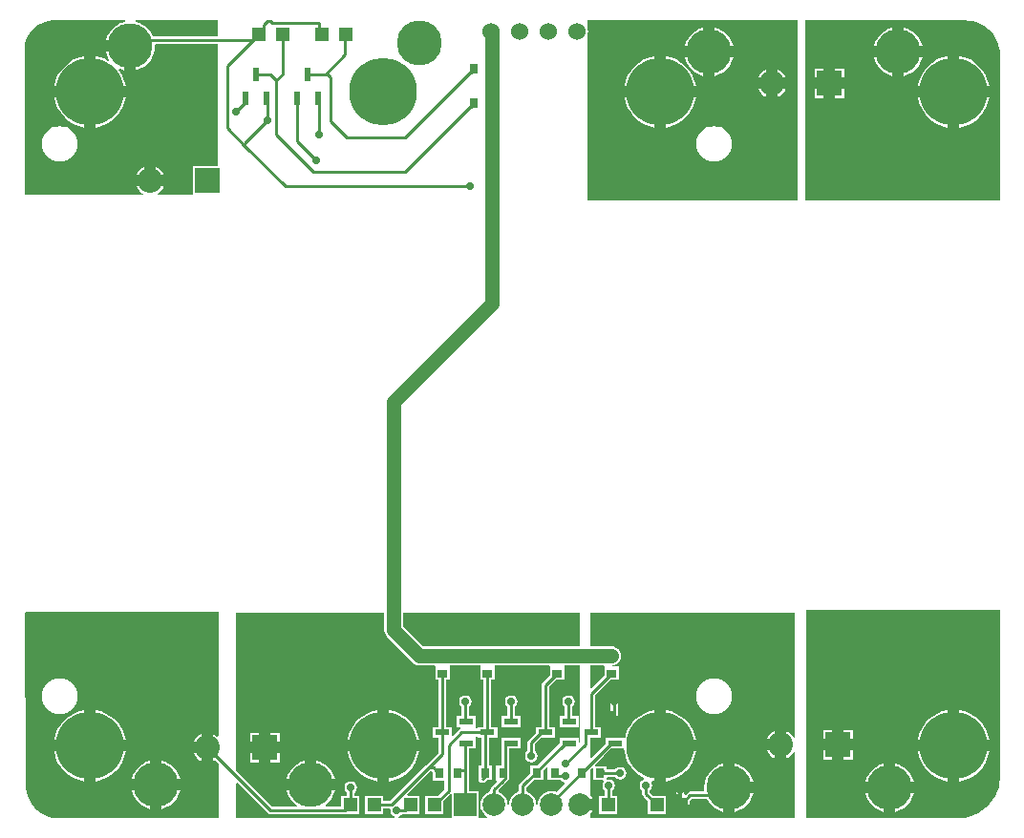
<source format=gtl>
G04*
G04 #@! TF.GenerationSoftware,Altium Limited,Altium Designer,19.0.10 (269)*
G04*
G04 Layer_Physical_Order=1*
G04 Layer_Color=255*
%FSLAX23Y23*%
%MOIN*%
G70*
G01*
G75*
%ADD11C,0.010*%
%ADD28R,0.031X0.034*%
%ADD29R,0.047X0.047*%
%ADD30R,0.051X0.024*%
%ADD31R,0.034X0.031*%
%ADD32R,0.024X0.051*%
%ADD33C,0.050*%
%ADD34C,0.060*%
%ADD35C,0.087*%
%ADD36R,0.087X0.087*%
%ADD37C,0.079*%
%ADD38R,0.079X0.079*%
%ADD39C,0.157*%
%ADD40C,0.236*%
%ADD41C,0.028*%
G36*
X7339Y4919D02*
X7354Y4916D01*
X7369Y4912D01*
X7382Y4905D01*
X7395Y4897D01*
X7407Y4887D01*
X7418Y4876D01*
X7427Y4864D01*
X7434Y4850D01*
X7440Y4836D01*
X7444Y4822D01*
X7445Y4815D01*
Y4290D01*
X6765D01*
X6765Y4920D01*
X7315Y4920D01*
X7316Y4920D01*
X7316Y4920D01*
X7324Y4920D01*
X7339Y4919D01*
D02*
G37*
G36*
X4715Y4865D02*
X4490D01*
X4482Y4878D01*
X4472Y4892D01*
X4458Y4902D01*
X4443Y4910D01*
X4428Y4915D01*
X4429Y4920D01*
X4715Y4920D01*
Y4865D01*
D02*
G37*
G36*
X4392Y4915D02*
X4377Y4910D01*
X4362Y4902D01*
X4348Y4892D01*
X4338Y4878D01*
X4330Y4863D01*
X4325Y4850D01*
X4410D01*
Y4830D01*
X4430D01*
Y4745D01*
X4443Y4750D01*
X4458Y4758D01*
X4472Y4768D01*
X4482Y4782D01*
X4490Y4797D01*
X4495Y4813D01*
X4497Y4830D01*
X4497Y4835D01*
X4500Y4838D01*
X4715D01*
X4715Y4411D01*
X4629D01*
Y4310D01*
X4506D01*
X4505Y4315D01*
X4506Y4315D01*
X4517Y4323D01*
X4525Y4334D01*
X4527Y4340D01*
X4480D01*
X4433D01*
X4435Y4334D01*
X4443Y4323D01*
X4454Y4315D01*
X4455Y4315D01*
X4454Y4310D01*
X4041Y4310D01*
X4041Y4817D01*
Y4824D01*
X4043Y4837D01*
X4047Y4850D01*
X4052Y4863D01*
X4059Y4874D01*
X4067Y4885D01*
X4076Y4895D01*
X4087Y4903D01*
X4099Y4909D01*
X4111Y4915D01*
X4124Y4918D01*
X4138Y4920D01*
X4144Y4920D01*
X4391D01*
X4392Y4915D01*
D02*
G37*
G36*
X6740Y4290D02*
X6005D01*
Y4866D01*
X6007Y4870D01*
X6008Y4880D01*
X6007Y4890D01*
X6005Y4894D01*
Y4920D01*
X6740D01*
Y4290D01*
D02*
G37*
G36*
X5980Y2734D02*
X5434D01*
X5363Y2804D01*
Y2850D01*
X5980D01*
Y2734D01*
D02*
G37*
G36*
X6065Y2663D02*
X6065D01*
Y2633D01*
X6019Y2587D01*
X6015Y2589D01*
Y2667D01*
X6064D01*
X6065Y2663D01*
D02*
G37*
G36*
X5632D02*
X5632D01*
Y2616D01*
X5644D01*
Y2452D01*
X5624D01*
Y2446D01*
X5616D01*
X5615Y2450D01*
X5615Y2451D01*
Y2490D01*
X5593D01*
Y2523D01*
X5596Y2524D01*
X5600Y2532D01*
X5602Y2540D01*
X5600Y2548D01*
X5596Y2556D01*
X5588Y2560D01*
X5580Y2562D01*
X5572Y2560D01*
X5564Y2556D01*
X5560Y2548D01*
X5558Y2540D01*
X5560Y2532D01*
X5564Y2524D01*
X5567Y2523D01*
Y2490D01*
X5548D01*
Y2450D01*
X5563D01*
X5564Y2445D01*
X5561Y2445D01*
X5557Y2442D01*
X5537Y2422D01*
X5532Y2424D01*
Y2452D01*
X5513D01*
Y2616D01*
X5525D01*
Y2663D01*
X5525D01*
X5526Y2667D01*
X5631D01*
X5632Y2663D01*
D02*
G37*
G36*
X4718Y2422D02*
X4713Y2419D01*
X4706Y2425D01*
X4700Y2427D01*
Y2380D01*
Y2333D01*
X4706Y2335D01*
X4706Y2335D01*
X4718Y2324D01*
Y2134D01*
X4146D01*
X4139Y2135D01*
X4125Y2139D01*
X4111Y2145D01*
X4098Y2152D01*
X4085Y2161D01*
X4075Y2172D01*
X4065Y2184D01*
X4058Y2197D01*
X4052Y2211D01*
X4048Y2225D01*
X4046Y2240D01*
X4045Y2255D01*
X4046Y2263D01*
X4046Y2264D01*
X4046Y2265D01*
X4043Y2851D01*
X4046Y2854D01*
X4718D01*
Y2422D01*
D02*
G37*
G36*
X6730Y2416D02*
X6725Y2415D01*
X6725Y2416D01*
X6717Y2427D01*
X6706Y2435D01*
X6700Y2437D01*
Y2390D01*
Y2343D01*
X6706Y2345D01*
X6717Y2353D01*
X6725Y2364D01*
X6725Y2365D01*
X6730Y2364D01*
Y2134D01*
X6015D01*
Y2147D01*
X6021Y2156D01*
X6023Y2160D01*
X5980D01*
Y2200D01*
X6023D01*
X6021Y2204D01*
X6015Y2213D01*
Y2304D01*
X6020Y2309D01*
X6025Y2307D01*
Y2266D01*
X6060D01*
X6063Y2261D01*
X6060Y2256D01*
X6058Y2248D01*
X6060Y2239D01*
X6064Y2232D01*
X6067Y2230D01*
Y2211D01*
X6047D01*
Y2149D01*
X6110D01*
Y2211D01*
X6093D01*
Y2230D01*
X6096Y2232D01*
X6100Y2239D01*
X6102Y2248D01*
X6100Y2256D01*
X6096Y2263D01*
X6088Y2268D01*
X6080Y2270D01*
X6077Y2269D01*
X6073Y2272D01*
X6075Y2277D01*
X6103D01*
X6104Y2274D01*
X6112Y2270D01*
X6120Y2268D01*
X6128Y2270D01*
X6136Y2274D01*
X6140Y2282D01*
X6142Y2290D01*
X6140Y2298D01*
X6136Y2306D01*
X6128Y2310D01*
X6120Y2312D01*
X6112Y2310D01*
X6104Y2306D01*
X6103Y2303D01*
X6071D01*
Y2315D01*
X6033D01*
X6031Y2320D01*
X6061Y2350D01*
X6086Y2376D01*
X6134D01*
X6135Y2367D01*
X6140Y2347D01*
X6147Y2329D01*
X6158Y2312D01*
X6170Y2297D01*
X6186Y2284D01*
X6202Y2274D01*
X6203Y2274D01*
X6203Y2268D01*
X6202Y2268D01*
X6194Y2263D01*
X6190Y2256D01*
X6188Y2248D01*
X6190Y2239D01*
X6194Y2232D01*
X6197Y2230D01*
Y2219D01*
X6198Y2214D01*
X6201Y2209D01*
X6217Y2193D01*
Y2149D01*
X6280D01*
Y2211D01*
X6236D01*
X6223Y2224D01*
Y2230D01*
X6226Y2232D01*
X6230Y2239D01*
X6232Y2248D01*
X6230Y2256D01*
X6228Y2259D01*
X6231Y2264D01*
X6240Y2262D01*
X6240Y2262D01*
Y2387D01*
Y2511D01*
X6240Y2511D01*
X6221Y2507D01*
X6202Y2499D01*
X6186Y2489D01*
X6170Y2476D01*
X6158Y2461D01*
X6147Y2444D01*
X6140Y2426D01*
X6138Y2419D01*
X6135Y2415D01*
X6068D01*
Y2394D01*
X6042Y2368D01*
X6019Y2345D01*
X6015Y2347D01*
Y2413D01*
X6052D01*
Y2452D01*
X6032D01*
Y2563D01*
X6085Y2616D01*
X6115D01*
Y2663D01*
X6094D01*
X6094Y2668D01*
X6099Y2668D01*
X6107Y2672D01*
X6113Y2677D01*
X6114Y2677D01*
X6115D01*
Y2679D01*
X6119Y2684D01*
X6122Y2692D01*
X6123Y2701D01*
X6122Y2709D01*
X6119Y2717D01*
X6115Y2722D01*
Y2724D01*
X6114D01*
X6113Y2724D01*
X6107Y2729D01*
X6099Y2733D01*
X6090Y2734D01*
X6015D01*
Y2850D01*
X6730D01*
Y2416D01*
D02*
G37*
G36*
X5980Y2396D02*
X5980Y2396D01*
X5975Y2399D01*
Y2415D01*
X5908D01*
Y2394D01*
X5830Y2316D01*
X5806D01*
Y2292D01*
X5771Y2257D01*
X5768Y2253D01*
X5767Y2248D01*
Y2226D01*
X5756Y2221D01*
X5746Y2214D01*
X5739Y2204D01*
X5734Y2192D01*
X5733Y2181D01*
X5727D01*
X5726Y2192D01*
X5721Y2204D01*
X5714Y2214D01*
X5704Y2221D01*
X5695Y2225D01*
X5695Y2230D01*
X5717Y2253D01*
X5717Y2253D01*
X5729Y2264D01*
X5730Y2267D01*
X5734D01*
Y2316D01*
X5733D01*
Y2376D01*
X5773D01*
Y2415D01*
X5707D01*
Y2390D01*
X5706Y2388D01*
Y2316D01*
X5687D01*
Y2267D01*
X5687D01*
X5689Y2262D01*
X5671Y2244D01*
X5668Y2239D01*
X5667Y2234D01*
Y2226D01*
X5656Y2221D01*
X5646Y2214D01*
X5639Y2204D01*
X5634Y2192D01*
X5632Y2180D01*
X5634Y2168D01*
X5639Y2156D01*
X5646Y2146D01*
X5655Y2139D01*
X5655Y2134D01*
X5627D01*
Y2227D01*
X5593D01*
Y2300D01*
Y2376D01*
X5615D01*
Y2415D01*
X5615D01*
X5616Y2419D01*
X5624D01*
Y2413D01*
X5637D01*
Y2316D01*
X5626D01*
Y2267D01*
X5627D01*
X5627Y2265D01*
X5630Y2261D01*
X5634Y2258D01*
X5639Y2257D01*
X5645Y2258D01*
X5649Y2261D01*
X5655Y2267D01*
X5673D01*
Y2316D01*
X5663D01*
Y2413D01*
X5691D01*
Y2452D01*
X5670D01*
Y2616D01*
X5682D01*
Y2663D01*
X5682D01*
X5683Y2667D01*
X5874D01*
X5875Y2663D01*
X5875Y2662D01*
Y2633D01*
X5849Y2607D01*
X5847Y2603D01*
X5846Y2598D01*
Y2452D01*
X5825D01*
Y2431D01*
X5801Y2407D01*
X5798Y2403D01*
X5797Y2398D01*
Y2367D01*
X5794Y2366D01*
X5790Y2358D01*
X5788Y2350D01*
X5790Y2342D01*
X5794Y2334D01*
X5802Y2330D01*
X5810Y2328D01*
X5818Y2330D01*
X5826Y2334D01*
X5830Y2342D01*
X5832Y2350D01*
X5830Y2358D01*
X5826Y2366D01*
X5823Y2367D01*
Y2392D01*
X5844Y2413D01*
X5892D01*
Y2452D01*
X5872D01*
Y2593D01*
X5895Y2616D01*
X5925D01*
Y2662D01*
X5925Y2663D01*
X5926Y2667D01*
X5980D01*
Y2396D01*
D02*
G37*
G36*
X5867Y2310D02*
Y2267D01*
X5913D01*
X5914Y2264D01*
X5922Y2260D01*
X5926Y2259D01*
X5927Y2253D01*
X5898Y2224D01*
X5892Y2226D01*
X5880Y2228D01*
X5868Y2226D01*
X5856Y2221D01*
X5846Y2214D01*
X5839Y2204D01*
X5834Y2192D01*
X5833Y2181D01*
X5827D01*
X5826Y2192D01*
X5821Y2204D01*
X5814Y2214D01*
X5804Y2221D01*
X5793Y2226D01*
Y2242D01*
X5818Y2267D01*
X5853D01*
Y2302D01*
X5863Y2312D01*
X5867Y2310D01*
D02*
G37*
G36*
X5297Y2791D02*
X5298Y2782D01*
X5301Y2774D01*
X5307Y2767D01*
X5397Y2677D01*
X5403Y2672D01*
X5411Y2668D01*
X5420Y2667D01*
X5474D01*
X5475Y2663D01*
X5475D01*
Y2616D01*
X5487D01*
Y2452D01*
X5465D01*
Y2413D01*
X5486D01*
Y2362D01*
X5443Y2319D01*
X5443Y2319D01*
X5317Y2193D01*
X5293D01*
Y2211D01*
X5230D01*
Y2149D01*
X5293D01*
Y2167D01*
X5315D01*
X5319Y2163D01*
X5318Y2160D01*
X5320Y2152D01*
X5324Y2144D01*
X5332Y2140D01*
X5333Y2139D01*
X5333Y2134D01*
X4780D01*
Y2255D01*
X4785Y2257D01*
X4890Y2151D01*
X4895Y2148D01*
X4900Y2147D01*
X5081D01*
X5086Y2148D01*
X5086Y2148D01*
X5160D01*
X5161Y2149D01*
X5210D01*
Y2211D01*
X5192D01*
Y2222D01*
X5196Y2224D01*
X5200Y2232D01*
X5202Y2240D01*
X5200Y2248D01*
X5196Y2256D01*
X5188Y2260D01*
X5180Y2262D01*
X5172Y2260D01*
X5164Y2256D01*
X5160Y2248D01*
X5158Y2240D01*
X5160Y2232D01*
X5164Y2224D01*
X5166Y2224D01*
Y2211D01*
X5147D01*
Y2175D01*
X5092D01*
X5091Y2180D01*
X5102Y2188D01*
X5112Y2202D01*
X5120Y2217D01*
X5125Y2230D01*
X5040D01*
X4955D01*
X4960Y2217D01*
X4968Y2202D01*
X4978Y2188D01*
X4991Y2178D01*
X4989Y2173D01*
X4905D01*
X4780Y2299D01*
Y2850D01*
X5297D01*
Y2791D01*
D02*
G37*
G36*
X7445Y2266D02*
X7444Y2259D01*
X7441Y2242D01*
X7435Y2226D01*
X7428Y2211D01*
X7419Y2196D01*
X7408Y2183D01*
X7396Y2171D01*
X7383Y2160D01*
X7369Y2151D01*
X7353Y2144D01*
X7337Y2139D01*
X7320Y2135D01*
X7313Y2134D01*
X6770D01*
Y2860D01*
X7445D01*
Y2266D01*
D02*
G37*
G36*
X5466Y2295D02*
Y2265D01*
X5507D01*
Y2235D01*
X5484Y2211D01*
X5440D01*
Y2149D01*
X5503D01*
Y2193D01*
X5528Y2218D01*
X5533Y2216D01*
Y2134D01*
X5347D01*
X5347Y2139D01*
X5348Y2140D01*
X5356Y2144D01*
X5358Y2148D01*
X5370D01*
X5371Y2149D01*
X5420D01*
Y2211D01*
X5379D01*
X5377Y2216D01*
X5458Y2297D01*
X5464D01*
X5466Y2295D01*
D02*
G37*
%LPC*%
G36*
X7110Y4895D02*
Y4830D01*
X7175D01*
X7170Y4843D01*
X7162Y4858D01*
X7152Y4872D01*
X7138Y4882D01*
X7123Y4890D01*
X7110Y4895D01*
D02*
G37*
G36*
X7070D02*
X7057Y4890D01*
X7042Y4882D01*
X7028Y4872D01*
X7018Y4858D01*
X7010Y4843D01*
X7005Y4830D01*
X7070D01*
Y4895D01*
D02*
G37*
G36*
X7175Y4790D02*
X7110D01*
Y4725D01*
X7123Y4730D01*
X7138Y4738D01*
X7152Y4748D01*
X7162Y4762D01*
X7170Y4777D01*
X7175Y4790D01*
D02*
G37*
G36*
X7070D02*
X7005D01*
X7010Y4777D01*
X7018Y4762D01*
X7028Y4748D01*
X7042Y4738D01*
X7057Y4730D01*
X7070Y4725D01*
Y4790D01*
D02*
G37*
G36*
X6901Y4751D02*
X6870D01*
Y4720D01*
X6901D01*
Y4751D01*
D02*
G37*
G36*
X6830D02*
X6799D01*
Y4720D01*
X6830D01*
Y4751D01*
D02*
G37*
G36*
X7303Y4795D02*
Y4690D01*
X7408D01*
X7408Y4690D01*
X7404Y4709D01*
X7396Y4727D01*
X7386Y4744D01*
X7373Y4759D01*
X7358Y4772D01*
X7341Y4783D01*
X7323Y4790D01*
X7303Y4795D01*
X7303Y4795D01*
D02*
G37*
G36*
X7264Y4795D02*
X7264Y4795D01*
X7244Y4790D01*
X7226Y4783D01*
X7209Y4772D01*
X7194Y4759D01*
X7181Y4744D01*
X7171Y4727D01*
X7163Y4709D01*
X7159Y4690D01*
X7159Y4690D01*
X7264D01*
Y4795D01*
D02*
G37*
G36*
X6901Y4680D02*
X6870D01*
Y4649D01*
X6901D01*
Y4680D01*
D02*
G37*
G36*
X6830D02*
X6799D01*
Y4649D01*
X6830D01*
Y4680D01*
D02*
G37*
G36*
X7408Y4650D02*
X7303D01*
Y4545D01*
X7303Y4545D01*
X7323Y4550D01*
X7341Y4557D01*
X7358Y4568D01*
X7373Y4581D01*
X7386Y4596D01*
X7396Y4613D01*
X7404Y4631D01*
X7408Y4650D01*
X7408Y4650D01*
D02*
G37*
G36*
X7264D02*
X7159D01*
X7159Y4650D01*
X7163Y4631D01*
X7171Y4613D01*
X7181Y4596D01*
X7194Y4581D01*
X7209Y4568D01*
X7226Y4557D01*
X7244Y4550D01*
X7264Y4545D01*
X7264Y4545D01*
Y4650D01*
D02*
G37*
G36*
X4390Y4810D02*
X4325D01*
X4330Y4797D01*
X4337Y4782D01*
X4336Y4780D01*
X4334Y4779D01*
X4327Y4783D01*
X4309Y4790D01*
X4290Y4795D01*
X4290Y4795D01*
Y4690D01*
X4395D01*
X4395Y4690D01*
X4390Y4709D01*
X4383Y4727D01*
X4372Y4744D01*
X4369Y4748D01*
X4372Y4752D01*
X4377Y4750D01*
X4390Y4745D01*
Y4810D01*
D02*
G37*
G36*
X4250Y4795D02*
X4250Y4795D01*
X4231Y4790D01*
X4213Y4783D01*
X4196Y4772D01*
X4181Y4759D01*
X4168Y4744D01*
X4157Y4727D01*
X4150Y4709D01*
X4145Y4690D01*
X4145Y4690D01*
X4250D01*
Y4795D01*
D02*
G37*
G36*
X4395Y4650D02*
X4290D01*
Y4545D01*
X4290Y4545D01*
X4309Y4550D01*
X4327Y4557D01*
X4344Y4568D01*
X4359Y4581D01*
X4372Y4596D01*
X4383Y4613D01*
X4390Y4631D01*
X4395Y4650D01*
X4395Y4650D01*
D02*
G37*
G36*
X4250D02*
X4145D01*
X4145Y4650D01*
X4150Y4631D01*
X4157Y4613D01*
X4168Y4596D01*
X4181Y4581D01*
X4196Y4568D01*
X4213Y4557D01*
X4231Y4550D01*
X4250Y4545D01*
X4250Y4545D01*
Y4650D01*
D02*
G37*
G36*
X4164Y4550D02*
X4152Y4549D01*
X4140Y4546D01*
X4130Y4540D01*
X4120Y4532D01*
X4112Y4523D01*
X4107Y4512D01*
X4103Y4500D01*
X4102Y4488D01*
X4103Y4476D01*
X4107Y4464D01*
X4112Y4454D01*
X4120Y4444D01*
X4130Y4436D01*
X4140Y4431D01*
X4152Y4427D01*
X4164Y4426D01*
X4176Y4427D01*
X4188Y4431D01*
X4199Y4436D01*
X4208Y4444D01*
X4216Y4454D01*
X4222Y4464D01*
X4225Y4476D01*
X4226Y4488D01*
X4225Y4500D01*
X4222Y4512D01*
X4216Y4523D01*
X4208Y4532D01*
X4199Y4540D01*
X4188Y4546D01*
X4176Y4549D01*
X4164Y4550D01*
D02*
G37*
G36*
X4500Y4407D02*
Y4380D01*
X4527D01*
X4525Y4386D01*
X4517Y4397D01*
X4506Y4405D01*
X4500Y4407D01*
D02*
G37*
G36*
X4460D02*
X4454Y4405D01*
X4443Y4397D01*
X4435Y4386D01*
X4433Y4380D01*
X4460D01*
Y4407D01*
D02*
G37*
G36*
X6450Y4895D02*
Y4830D01*
X6515D01*
X6510Y4843D01*
X6502Y4858D01*
X6492Y4872D01*
X6478Y4882D01*
X6463Y4890D01*
X6450Y4895D01*
D02*
G37*
G36*
X6410D02*
X6397Y4890D01*
X6382Y4882D01*
X6368Y4872D01*
X6358Y4858D01*
X6350Y4843D01*
X6345Y4830D01*
X6410D01*
Y4895D01*
D02*
G37*
G36*
X6515Y4790D02*
X6450D01*
Y4725D01*
X6463Y4730D01*
X6478Y4738D01*
X6492Y4748D01*
X6502Y4762D01*
X6510Y4777D01*
X6515Y4790D01*
D02*
G37*
G36*
X6410D02*
X6345D01*
X6350Y4777D01*
X6358Y4762D01*
X6368Y4748D01*
X6382Y4738D01*
X6397Y4730D01*
X6410Y4725D01*
Y4790D01*
D02*
G37*
G36*
X6670Y4747D02*
Y4720D01*
X6697D01*
X6695Y4726D01*
X6687Y4737D01*
X6676Y4745D01*
X6670Y4747D01*
D02*
G37*
G36*
X6630D02*
X6624Y4745D01*
X6613Y4737D01*
X6605Y4726D01*
X6603Y4720D01*
X6630D01*
Y4747D01*
D02*
G37*
G36*
X6280Y4795D02*
Y4690D01*
X6385D01*
X6385Y4690D01*
X6380Y4709D01*
X6372Y4727D01*
X6362Y4744D01*
X6349Y4759D01*
X6334Y4772D01*
X6317Y4783D01*
X6299Y4790D01*
X6280Y4795D01*
X6280Y4795D01*
D02*
G37*
G36*
X6240D02*
X6240Y4795D01*
X6221Y4790D01*
X6202Y4783D01*
X6186Y4772D01*
X6170Y4759D01*
X6158Y4744D01*
X6147Y4727D01*
X6140Y4709D01*
X6135Y4690D01*
X6135Y4690D01*
X6240D01*
Y4795D01*
D02*
G37*
G36*
X6697Y4680D02*
X6670D01*
Y4653D01*
X6676Y4655D01*
X6687Y4663D01*
X6695Y4674D01*
X6697Y4680D01*
D02*
G37*
G36*
X6630D02*
X6603D01*
X6605Y4674D01*
X6613Y4663D01*
X6624Y4655D01*
X6630Y4653D01*
Y4680D01*
D02*
G37*
G36*
X6240Y4650D02*
X6135D01*
X6135Y4650D01*
X6140Y4631D01*
X6147Y4613D01*
X6158Y4596D01*
X6170Y4581D01*
X6186Y4568D01*
X6202Y4557D01*
X6221Y4550D01*
X6240Y4545D01*
X6240Y4545D01*
Y4650D01*
D02*
G37*
G36*
X6385D02*
X6280D01*
Y4545D01*
X6280Y4545D01*
X6299Y4550D01*
X6317Y4557D01*
X6334Y4568D01*
X6349Y4581D01*
X6362Y4596D01*
X6372Y4613D01*
X6380Y4631D01*
X6385Y4650D01*
X6385Y4650D01*
D02*
G37*
G36*
X6448Y4550D02*
X6435Y4549D01*
X6424Y4546D01*
X6413Y4540D01*
X6404Y4532D01*
X6396Y4523D01*
X6390Y4512D01*
X6387Y4500D01*
X6385Y4488D01*
X6387Y4476D01*
X6390Y4464D01*
X6396Y4454D01*
X6404Y4444D01*
X6413Y4436D01*
X6424Y4431D01*
X6435Y4427D01*
X6448Y4426D01*
X6460Y4427D01*
X6471Y4431D01*
X6482Y4436D01*
X6492Y4444D01*
X6499Y4454D01*
X6505Y4464D01*
X6509Y4476D01*
X6510Y4488D01*
X6509Y4500D01*
X6505Y4512D01*
X6499Y4523D01*
X6492Y4532D01*
X6482Y4540D01*
X6471Y4546D01*
X6460Y4549D01*
X6448Y4550D01*
D02*
G37*
G36*
X4164Y2621D02*
X4152Y2620D01*
X4140Y2617D01*
X4130Y2611D01*
X4120Y2603D01*
X4112Y2594D01*
X4107Y2583D01*
X4103Y2571D01*
X4102Y2559D01*
X4103Y2547D01*
X4107Y2535D01*
X4112Y2524D01*
X4120Y2515D01*
X4130Y2507D01*
X4140Y2501D01*
X4152Y2498D01*
X4164Y2497D01*
X4176Y2498D01*
X4188Y2501D01*
X4199Y2507D01*
X4208Y2515D01*
X4216Y2524D01*
X4222Y2535D01*
X4225Y2547D01*
X4226Y2559D01*
X4225Y2571D01*
X4222Y2583D01*
X4216Y2594D01*
X4208Y2603D01*
X4199Y2611D01*
X4188Y2617D01*
X4176Y2620D01*
X4164Y2621D01*
D02*
G37*
G36*
X4290Y2511D02*
Y2406D01*
X4395D01*
X4395Y2406D01*
X4390Y2426D01*
X4383Y2444D01*
X4372Y2461D01*
X4359Y2476D01*
X4344Y2489D01*
X4327Y2499D01*
X4309Y2507D01*
X4290Y2511D01*
X4290Y2511D01*
D02*
G37*
G36*
X4250D02*
X4250Y2511D01*
X4231Y2507D01*
X4213Y2499D01*
X4196Y2489D01*
X4181Y2476D01*
X4168Y2461D01*
X4157Y2444D01*
X4150Y2426D01*
X4145Y2406D01*
X4145Y2406D01*
X4250D01*
Y2511D01*
D02*
G37*
G36*
X4660Y2427D02*
X4654Y2425D01*
X4643Y2417D01*
X4635Y2406D01*
X4633Y2400D01*
X4660D01*
Y2427D01*
D02*
G37*
G36*
Y2360D02*
X4633D01*
X4635Y2354D01*
X4643Y2343D01*
X4654Y2335D01*
X4660Y2333D01*
Y2360D01*
D02*
G37*
G36*
X4520Y2335D02*
Y2270D01*
X4585D01*
X4580Y2283D01*
X4572Y2298D01*
X4562Y2312D01*
X4548Y2322D01*
X4533Y2330D01*
X4520Y2335D01*
D02*
G37*
G36*
X4480D02*
X4467Y2330D01*
X4452Y2322D01*
X4438Y2312D01*
X4428Y2298D01*
X4420Y2283D01*
X4415Y2270D01*
X4480D01*
Y2335D01*
D02*
G37*
G36*
X4395Y2367D02*
X4290D01*
Y2262D01*
X4290Y2262D01*
X4309Y2266D01*
X4327Y2274D01*
X4344Y2284D01*
X4359Y2297D01*
X4372Y2312D01*
X4383Y2329D01*
X4390Y2347D01*
X4395Y2367D01*
X4395Y2367D01*
D02*
G37*
G36*
X4250D02*
X4145D01*
X4145Y2367D01*
X4150Y2347D01*
X4157Y2329D01*
X4168Y2312D01*
X4181Y2297D01*
X4196Y2284D01*
X4213Y2274D01*
X4231Y2266D01*
X4250Y2262D01*
X4250Y2262D01*
Y2367D01*
D02*
G37*
G36*
X4585Y2230D02*
X4520D01*
Y2165D01*
X4533Y2170D01*
X4548Y2178D01*
X4562Y2188D01*
X4572Y2202D01*
X4580Y2217D01*
X4585Y2230D01*
D02*
G37*
G36*
X4480D02*
X4415D01*
X4420Y2217D01*
X4428Y2202D01*
X4438Y2188D01*
X4452Y2178D01*
X4467Y2170D01*
X4480Y2165D01*
Y2230D01*
D02*
G37*
G36*
X6448Y2621D02*
X6435Y2620D01*
X6424Y2617D01*
X6413Y2611D01*
X6404Y2603D01*
X6396Y2594D01*
X6390Y2583D01*
X6387Y2571D01*
X6385Y2559D01*
X6387Y2547D01*
X6390Y2535D01*
X6396Y2524D01*
X6404Y2515D01*
X6413Y2507D01*
X6424Y2501D01*
X6435Y2498D01*
X6448Y2497D01*
X6460Y2498D01*
X6471Y2501D01*
X6482Y2507D01*
X6492Y2515D01*
X6499Y2524D01*
X6505Y2535D01*
X6509Y2547D01*
X6510Y2559D01*
X6509Y2571D01*
X6505Y2583D01*
X6499Y2594D01*
X6492Y2603D01*
X6482Y2611D01*
X6471Y2617D01*
X6460Y2620D01*
X6448Y2621D01*
D02*
G37*
G36*
X6100Y2553D02*
X6095Y2552D01*
X6091Y2549D01*
X6088Y2545D01*
X6087Y2540D01*
Y2509D01*
X6101D01*
Y2470D01*
Y2490D01*
X6113D01*
Y2540D01*
X6112Y2545D01*
X6109Y2549D01*
X6105Y2552D01*
X6100Y2553D01*
D02*
G37*
G36*
X6660Y2437D02*
X6654Y2435D01*
X6643Y2427D01*
X6635Y2416D01*
X6633Y2410D01*
X6660D01*
Y2437D01*
D02*
G37*
G36*
X6280Y2511D02*
Y2406D01*
X6385D01*
X6385Y2406D01*
X6380Y2426D01*
X6372Y2444D01*
X6362Y2461D01*
X6349Y2476D01*
X6334Y2489D01*
X6317Y2499D01*
X6299Y2507D01*
X6280Y2511D01*
X6280Y2511D01*
D02*
G37*
G36*
X6660Y2370D02*
X6633D01*
X6635Y2364D01*
X6643Y2353D01*
X6654Y2345D01*
X6660Y2343D01*
Y2370D01*
D02*
G37*
G36*
X6385Y2367D02*
X6280D01*
Y2262D01*
X6280Y2262D01*
X6299Y2266D01*
X6317Y2274D01*
X6334Y2284D01*
X6349Y2297D01*
X6362Y2312D01*
X6372Y2329D01*
X6380Y2347D01*
X6385Y2367D01*
X6385Y2367D01*
D02*
G37*
G36*
X6520Y2325D02*
Y2260D01*
X6585D01*
X6580Y2273D01*
X6572Y2288D01*
X6562Y2302D01*
X6548Y2312D01*
X6533Y2320D01*
X6520Y2325D01*
D02*
G37*
G36*
X6160Y2233D02*
X6155Y2232D01*
X6151Y2229D01*
X6148Y2225D01*
X6147Y2220D01*
Y2219D01*
X6161D01*
X6173D01*
Y2220D01*
X6172Y2225D01*
X6169Y2229D01*
X6165Y2232D01*
X6160Y2233D01*
D02*
G37*
G36*
X6480Y2325D02*
X6467Y2320D01*
X6452Y2312D01*
X6438Y2302D01*
X6428Y2288D01*
X6420Y2273D01*
X6415Y2257D01*
X6413Y2240D01*
X6414Y2230D01*
X6411Y2226D01*
X6364D01*
X6359Y2225D01*
X6355Y2222D01*
X6348Y2215D01*
X6343Y2217D01*
Y2230D01*
X6342Y2235D01*
X6339Y2239D01*
X6335Y2242D01*
X6330Y2243D01*
X6325Y2242D01*
X6321Y2239D01*
X6318Y2235D01*
X6317Y2230D01*
Y2219D01*
X6331D01*
Y2180D01*
X6363D01*
Y2193D01*
X6370Y2200D01*
X6423D01*
X6428Y2192D01*
X6438Y2178D01*
X6452Y2168D01*
X6467Y2160D01*
X6480Y2155D01*
Y2240D01*
Y2325D01*
D02*
G37*
G36*
X6585Y2220D02*
X6520D01*
Y2155D01*
X6533Y2160D01*
X6548Y2168D01*
X6562Y2178D01*
X6572Y2192D01*
X6580Y2207D01*
X6585Y2220D01*
D02*
G37*
G36*
X5940Y2562D02*
X5932Y2560D01*
X5924Y2556D01*
X5920Y2548D01*
X5918Y2540D01*
X5920Y2532D01*
X5924Y2524D01*
X5927Y2523D01*
Y2490D01*
X5908D01*
Y2450D01*
X5975D01*
Y2490D01*
X5953D01*
Y2523D01*
X5956Y2524D01*
X5960Y2532D01*
X5962Y2540D01*
X5960Y2548D01*
X5956Y2556D01*
X5948Y2560D01*
X5940Y2562D01*
D02*
G37*
G36*
X5740D02*
X5732Y2560D01*
X5724Y2556D01*
X5720Y2548D01*
X5718Y2540D01*
X5720Y2532D01*
X5724Y2524D01*
X5727Y2523D01*
Y2490D01*
X5707D01*
Y2450D01*
X5773D01*
Y2490D01*
X5753D01*
Y2523D01*
X5756Y2524D01*
X5760Y2532D01*
X5762Y2540D01*
X5760Y2548D01*
X5756Y2556D01*
X5748Y2560D01*
X5740Y2562D01*
D02*
G37*
G36*
X5313Y2511D02*
Y2406D01*
X5418D01*
X5418Y2406D01*
X5414Y2426D01*
X5406Y2444D01*
X5396Y2461D01*
X5383Y2476D01*
X5368Y2489D01*
X5351Y2499D01*
X5333Y2507D01*
X5313Y2511D01*
X5313Y2511D01*
D02*
G37*
G36*
X5274D02*
X5274Y2511D01*
X5255Y2507D01*
X5236Y2499D01*
X5219Y2489D01*
X5204Y2476D01*
X5191Y2461D01*
X5181Y2444D01*
X5173Y2426D01*
X5169Y2406D01*
X5169Y2406D01*
X5274D01*
Y2511D01*
D02*
G37*
G36*
X4931Y2431D02*
X4900D01*
Y2400D01*
X4931D01*
Y2431D01*
D02*
G37*
G36*
X4860D02*
X4829D01*
Y2400D01*
X4860D01*
Y2431D01*
D02*
G37*
G36*
X4931Y2360D02*
X4900D01*
Y2329D01*
X4931D01*
Y2360D01*
D02*
G37*
G36*
X4860D02*
X4829D01*
Y2329D01*
X4860D01*
Y2360D01*
D02*
G37*
G36*
X5060Y2335D02*
Y2270D01*
X5125D01*
X5120Y2283D01*
X5112Y2298D01*
X5102Y2312D01*
X5088Y2322D01*
X5073Y2330D01*
X5060Y2335D01*
D02*
G37*
G36*
X5020D02*
X5007Y2330D01*
X4992Y2322D01*
X4978Y2312D01*
X4968Y2298D01*
X4960Y2283D01*
X4955Y2270D01*
X5020D01*
Y2335D01*
D02*
G37*
G36*
X5418Y2367D02*
X5313D01*
Y2262D01*
X5313Y2262D01*
X5333Y2266D01*
X5351Y2274D01*
X5368Y2284D01*
X5383Y2297D01*
X5396Y2312D01*
X5406Y2329D01*
X5414Y2347D01*
X5418Y2367D01*
X5418Y2367D01*
D02*
G37*
G36*
X5274D02*
X5169D01*
X5169Y2367D01*
X5173Y2347D01*
X5181Y2329D01*
X5191Y2312D01*
X5204Y2297D01*
X5219Y2284D01*
X5236Y2274D01*
X5255Y2266D01*
X5274Y2262D01*
X5274Y2262D01*
Y2367D01*
D02*
G37*
G36*
X6931Y2441D02*
X6900D01*
Y2410D01*
X6931D01*
Y2441D01*
D02*
G37*
G36*
X6860D02*
X6829D01*
Y2410D01*
X6860D01*
Y2441D01*
D02*
G37*
G36*
X7303Y2511D02*
Y2406D01*
X7408D01*
X7408Y2406D01*
X7404Y2426D01*
X7396Y2444D01*
X7386Y2461D01*
X7373Y2476D01*
X7358Y2489D01*
X7341Y2499D01*
X7323Y2507D01*
X7303Y2511D01*
X7303Y2511D01*
D02*
G37*
G36*
X7264Y2511D02*
X7264Y2511D01*
X7244Y2507D01*
X7226Y2499D01*
X7209Y2489D01*
X7194Y2476D01*
X7181Y2461D01*
X7171Y2444D01*
X7163Y2426D01*
X7159Y2406D01*
X7159Y2406D01*
X7264D01*
Y2511D01*
D02*
G37*
G36*
X6931Y2370D02*
X6900D01*
Y2339D01*
X6931D01*
Y2370D01*
D02*
G37*
G36*
X6860D02*
X6829D01*
Y2339D01*
X6860D01*
Y2370D01*
D02*
G37*
G36*
X7408Y2367D02*
X7303D01*
Y2262D01*
X7303Y2262D01*
X7323Y2266D01*
X7341Y2274D01*
X7358Y2284D01*
X7373Y2297D01*
X7386Y2312D01*
X7396Y2329D01*
X7404Y2347D01*
X7408Y2367D01*
X7408Y2367D01*
D02*
G37*
G36*
X7264D02*
X7159D01*
X7159Y2367D01*
X7163Y2347D01*
X7171Y2329D01*
X7181Y2312D01*
X7194Y2297D01*
X7209Y2284D01*
X7226Y2274D01*
X7244Y2266D01*
X7264Y2262D01*
X7264Y2262D01*
Y2367D01*
D02*
G37*
G36*
X7080Y2325D02*
Y2260D01*
X7145D01*
X7140Y2273D01*
X7132Y2288D01*
X7122Y2302D01*
X7108Y2312D01*
X7093Y2320D01*
X7080Y2325D01*
D02*
G37*
G36*
X7040D02*
X7027Y2320D01*
X7012Y2312D01*
X6998Y2302D01*
X6988Y2288D01*
X6980Y2273D01*
X6975Y2260D01*
X7040D01*
Y2325D01*
D02*
G37*
G36*
X7145Y2220D02*
X7080D01*
Y2155D01*
X7093Y2160D01*
X7108Y2168D01*
X7122Y2178D01*
X7132Y2192D01*
X7140Y2207D01*
X7145Y2220D01*
D02*
G37*
G36*
X7040D02*
X6975D01*
X6980Y2207D01*
X6988Y2192D01*
X6998Y2178D01*
X7012Y2168D01*
X7027Y2160D01*
X7040Y2155D01*
Y2220D01*
D02*
G37*
%LPD*%
D11*
X4810Y4482D02*
X4952Y4340D01*
X4749Y4544D02*
X4810Y4482D01*
Y4490D01*
X4890Y4570D01*
X4749Y4760D02*
X4840Y4851D01*
X4410Y4830D02*
X4431Y4851D01*
X4840D01*
X4859Y4870D01*
X4952Y4340D02*
X5597D01*
X4749Y4544D02*
Y4760D01*
X4889Y4571D02*
X4890Y4570D01*
X4889Y4571D02*
Y4647D01*
X4887Y4649D02*
X4889Y4647D01*
X5069Y4521D02*
X5070Y4520D01*
X5069Y4521D02*
Y4647D01*
X5067Y4649D02*
X5069Y4647D01*
X5070Y4879D02*
Y4910D01*
Y4879D02*
X5079Y4870D01*
X4905Y4910D02*
X5070D01*
X4898Y4917D02*
X4905Y4910D01*
X4890Y4917D02*
X4898D01*
X4877Y4904D02*
X4890Y4917D01*
X4877Y4889D02*
Y4904D01*
X4859Y4870D02*
X4877Y4889D01*
X6100Y2471D02*
Y2540D01*
Y2471D02*
X6101Y2470D01*
X5940Y2471D02*
Y2540D01*
Y2471D02*
X5941Y2470D01*
X5740D02*
Y2540D01*
X5580Y2471D02*
Y2540D01*
Y2471D02*
X5581Y2470D01*
X5179Y2180D02*
Y2239D01*
X5180Y2240D01*
X5340Y2160D02*
X5341Y2161D01*
X5370D01*
X5389Y2180D01*
X4680Y2380D02*
X4900Y2160D01*
X5081D01*
X5082Y2161D01*
X5160D01*
X5179Y2180D01*
X5099Y4731D02*
X5110Y4720D01*
Y4566D02*
Y4720D01*
Y4566D02*
X5166Y4510D01*
X6058Y2293D02*
Y2300D01*
Y2293D02*
X6061Y2290D01*
X6120D01*
X5991Y2299D02*
X6018Y2325D01*
X6051Y2359D01*
X6088Y2395D01*
X5901Y2280D02*
X5930D01*
X5891Y2290D02*
X5901Y2280D01*
X5891Y2290D02*
Y2292D01*
X5708Y2262D02*
X5719Y2274D01*
X5566Y2433D02*
X5657D01*
X5657D01*
X5650Y2426D02*
X5657Y2433D01*
X5650Y2280D02*
Y2426D01*
X5639Y2270D02*
X5650Y2280D01*
X5452Y2310D02*
X5499Y2356D01*
X5322Y2180D02*
X5452Y2310D01*
X5469D01*
X5477Y2302D01*
X5479D01*
X5489Y2292D01*
Y2290D02*
Y2292D01*
X5580Y2300D02*
Y2394D01*
Y2180D02*
Y2300D01*
X5561D02*
X5580D01*
X5551Y2290D02*
X5561Y2300D01*
X5500Y2434D02*
Y2639D01*
X5499Y2433D02*
X5500Y2434D01*
X4993Y4497D02*
Y4649D01*
Y4497D02*
X5060Y4430D01*
X4780Y4600D02*
Y4602D01*
X4813Y4635D01*
Y4649D01*
X4920Y4710D02*
X4941Y4731D01*
Y4870D01*
X5091Y4731D02*
X5099D01*
X5160Y4800D02*
Y4869D01*
X5161Y4870D01*
X5091Y4731D02*
X5160Y4800D01*
X5030Y4731D02*
X5091D01*
X4920Y4520D02*
X5050Y4390D01*
X4920Y4520D02*
Y4710D01*
X5050Y4390D02*
X5369D01*
X5597Y4618D01*
X5599D01*
X5609Y4628D01*
Y4630D01*
X4899Y4731D02*
X4920Y4710D01*
X4850Y4731D02*
X4899D01*
X5166Y4510D02*
X5369D01*
X5597Y4738D01*
X5599D01*
X5609Y4748D01*
Y4750D01*
X6473Y2213D02*
X6511Y2251D01*
X6364Y2213D02*
X6473D01*
X6331Y2180D02*
X6364Y2213D01*
X6330Y2181D02*
X6331Y2180D01*
X6330Y2181D02*
Y2230D01*
X6160Y2181D02*
Y2220D01*
Y2181D02*
X6161Y2180D01*
X6210Y2219D02*
X6249Y2180D01*
X6210Y2219D02*
Y2248D01*
X5930Y2323D02*
X5998Y2391D01*
Y2426D01*
X6005Y2433D01*
X6019D01*
X5810Y2398D02*
X5845Y2433D01*
X5859D01*
X5810Y2350D02*
Y2398D01*
X6080Y2181D02*
Y2248D01*
X6079Y2180D02*
X6080Y2181D01*
X6019Y2433D02*
Y2568D01*
X6078Y2627D01*
Y2629D01*
X6088Y2639D01*
X6090D01*
X5859Y2433D02*
Y2598D01*
X5888Y2627D01*
Y2629D01*
X5898Y2639D01*
X5900D01*
X5657Y2433D02*
Y2639D01*
X5261Y2180D02*
X5322D01*
X5499Y2356D02*
Y2433D01*
X5521Y2387D02*
X5566Y2433D01*
X5521Y2229D02*
Y2387D01*
X5471Y2180D02*
X5521Y2229D01*
X6088Y2395D02*
X6101D01*
X5880Y2188D02*
X5991Y2299D01*
X5880Y2180D02*
Y2188D01*
X5580Y2394D02*
X5581Y2395D01*
X5928D02*
X5941D01*
X5780Y2248D02*
X5928Y2395D01*
X5780Y2180D02*
Y2248D01*
X5680Y2234D02*
X5708Y2262D01*
X5719Y2274D02*
Y2388D01*
X5726Y2395D01*
X5740D01*
X5680Y2180D02*
Y2234D01*
D28*
X5987Y2290D02*
D03*
X6048D02*
D03*
X5829Y2292D02*
D03*
X5891D02*
D03*
X5711D02*
D03*
X5649D02*
D03*
X5551Y2290D02*
D03*
X5489D02*
D03*
X5671Y4750D02*
D03*
X5609D02*
D03*
X5671Y4630D02*
D03*
X5609D02*
D03*
D29*
X5389Y2180D02*
D03*
X5471D02*
D03*
X5179D02*
D03*
X5261D02*
D03*
X4859Y4870D02*
D03*
X4941D02*
D03*
X5079D02*
D03*
X5161D02*
D03*
X6331Y2180D02*
D03*
X6249D02*
D03*
X6161D02*
D03*
X6079D02*
D03*
D30*
X5657Y2433D02*
D03*
X5740Y2470D02*
D03*
Y2395D02*
D03*
X5499Y2433D02*
D03*
X5581Y2470D02*
D03*
Y2395D02*
D03*
X6019Y2433D02*
D03*
X6101Y2470D02*
D03*
Y2395D02*
D03*
X5859Y2433D02*
D03*
X5941Y2470D02*
D03*
Y2395D02*
D03*
D31*
X5500Y2701D02*
D03*
Y2639D02*
D03*
X5657Y2701D02*
D03*
Y2639D02*
D03*
X6090Y2701D02*
D03*
Y2639D02*
D03*
X5900Y2701D02*
D03*
Y2639D02*
D03*
D32*
X5030Y4731D02*
D03*
X5067Y4649D02*
D03*
X4993D02*
D03*
X4850Y4731D02*
D03*
X4887Y4649D02*
D03*
X4813D02*
D03*
D33*
X5671Y3930D02*
Y4630D01*
X5330Y3589D02*
X5671Y3930D01*
X5330Y2791D02*
Y3589D01*
Y2791D02*
X5420Y2701D01*
X5671Y4750D02*
Y4879D01*
Y4630D02*
Y4750D01*
X5670Y4880D02*
X5671Y4879D01*
X5420Y2701D02*
X5500D01*
X5294Y2387D02*
X5299Y2392D01*
X5900Y2701D02*
X6090D01*
X5657D02*
X5900D01*
X5500D02*
X5657D01*
D34*
X5770Y4880D02*
D03*
X5670D02*
D03*
X5970D02*
D03*
X5870D02*
D03*
D35*
X4480Y4360D02*
D03*
X6650Y4700D02*
D03*
X4680Y2380D02*
D03*
X6680Y2390D02*
D03*
D36*
X4680Y4360D02*
D03*
X6850Y4700D02*
D03*
X4880Y2380D02*
D03*
X6880Y2390D02*
D03*
D37*
X5780Y2180D02*
D03*
X5980D02*
D03*
X5880D02*
D03*
X5680D02*
D03*
D38*
X5580D02*
D03*
D39*
X5420Y4840D02*
D03*
X4410Y4830D02*
D03*
X5040Y2250D02*
D03*
X4500D02*
D03*
X7060Y2240D02*
D03*
X6500D02*
D03*
X7090Y4810D02*
D03*
X6430D02*
D03*
D40*
X7283Y2387D02*
D03*
Y4670D02*
D03*
X6260Y2387D02*
D03*
Y4670D02*
D03*
X5294Y2387D02*
D03*
Y4670D02*
D03*
X4270Y2387D02*
D03*
Y4670D02*
D03*
D41*
X5597Y4340D02*
D03*
X4890Y4570D02*
D03*
X5070Y4520D02*
D03*
X6100Y2540D02*
D03*
X5940D02*
D03*
X5740D02*
D03*
X5580D02*
D03*
X5180Y2240D02*
D03*
X5340Y2160D02*
D03*
X6120Y2290D02*
D03*
X5930Y2280D02*
D03*
X5060Y4430D02*
D03*
X4780Y4600D02*
D03*
X6330Y2230D02*
D03*
X6160Y2220D02*
D03*
X6210Y2248D02*
D03*
X5930Y2323D02*
D03*
X5810Y2350D02*
D03*
X6080Y2248D02*
D03*
M02*

</source>
